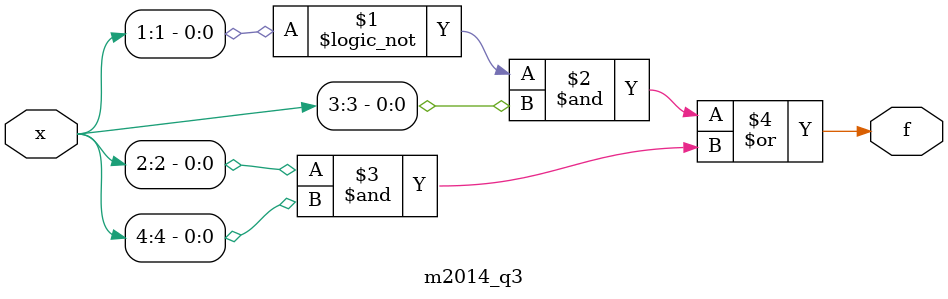
<source format=v>
module m2014_q3(
	input [4:1] x,
	output f
);
	// given a kmap, implement the function
	assign f = (!x[1] & x[3]) | (x[2] & x[4]);
	
endmodule

</source>
